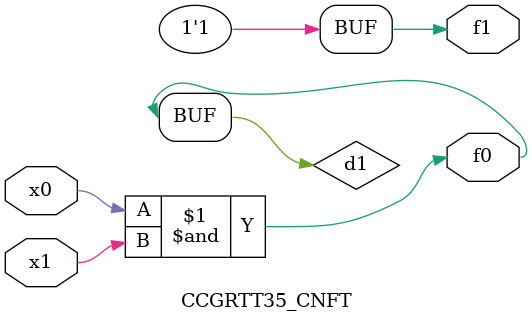
<source format=v>
module CCGRTT35_CNFT(
	input x0, x1,
	output f0, f1
);

	wire d1;

	assign f0 = d1;
	and (d1, x0, x1);
	assign f1 = 1'b1;
endmodule

</source>
